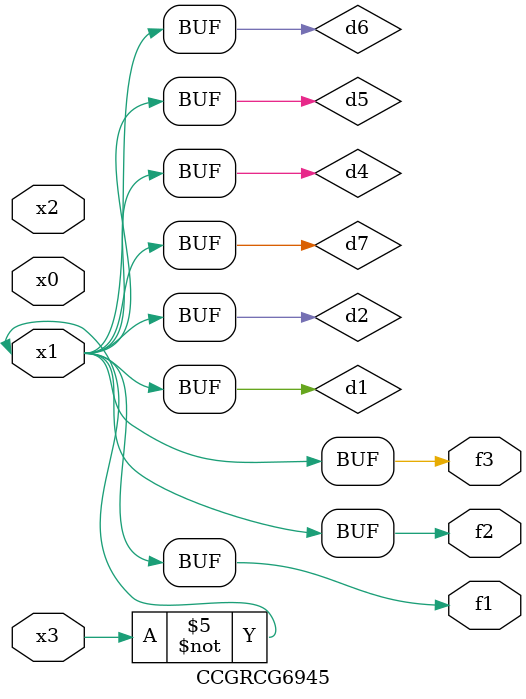
<source format=v>
module CCGRCG6945(
	input x0, x1, x2, x3,
	output f1, f2, f3
);

	wire d1, d2, d3, d4, d5, d6, d7;

	not (d1, x3);
	buf (d2, x1);
	xnor (d3, d1, d2);
	nor (d4, d1);
	buf (d5, d1, d2);
	buf (d6, d4, d5);
	nand (d7, d4);
	assign f1 = d6;
	assign f2 = d7;
	assign f3 = d6;
endmodule

</source>
